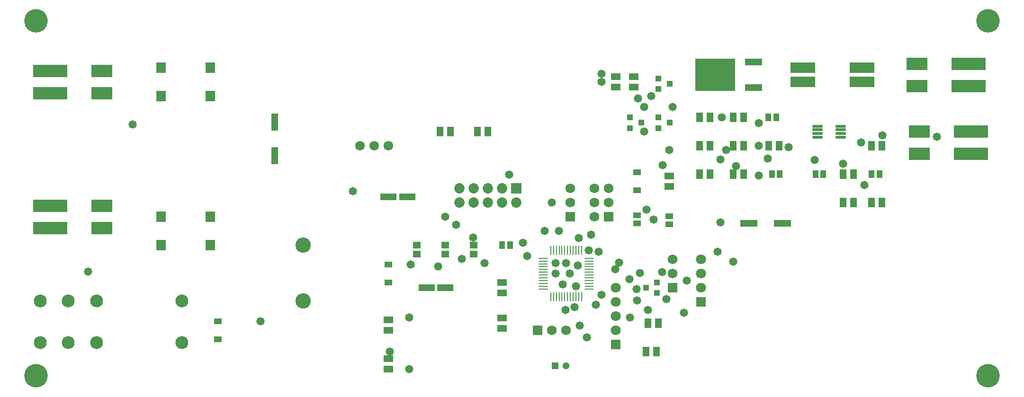
<source format=gts>
G04*
G04 #@! TF.GenerationSoftware,Altium Limited,Altium Designer,23.2.1 (34)*
G04*
G04 Layer_Color=8388736*
%FSLAX44Y44*%
%MOMM*%
G71*
G04*
G04 #@! TF.SameCoordinates,88D0D14B-AD0B-4371-A2B6-2D90086A33F9*
G04*
G04*
G04 #@! TF.FilePolarity,Negative*
G04*
G01*
G75*
%ADD25R,1.6552X0.2525*%
G04:AMPARAMS|DCode=26|XSize=1.6552mm|YSize=0.2525mm|CornerRadius=0.1262mm|HoleSize=0mm|Usage=FLASHONLY|Rotation=0.000|XOffset=0mm|YOffset=0mm|HoleType=Round|Shape=RoundedRectangle|*
%AMROUNDEDRECTD26*
21,1,1.6552,0.0000,0,0,0.0*
21,1,1.4028,0.2525,0,0,0.0*
1,1,0.2525,0.7014,0.0000*
1,1,0.2525,-0.7014,0.0000*
1,1,0.2525,-0.7014,0.0000*
1,1,0.2525,0.7014,0.0000*
%
%ADD26ROUNDEDRECTD26*%
G04:AMPARAMS|DCode=27|XSize=0.2525mm|YSize=1.6552mm|CornerRadius=0.1262mm|HoleSize=0mm|Usage=FLASHONLY|Rotation=0.000|XOffset=0mm|YOffset=0mm|HoleType=Round|Shape=RoundedRectangle|*
%AMROUNDEDRECTD27*
21,1,0.2525,1.4028,0,0,0.0*
21,1,0.0000,1.6552,0,0,0.0*
1,1,0.2525,0.0000,-0.7014*
1,1,0.2525,0.0000,-0.7014*
1,1,0.2525,0.0000,0.7014*
1,1,0.2525,0.0000,0.7014*
%
%ADD27ROUNDEDRECTD27*%
%ADD30R,1.1046X1.3562*%
%ADD31R,1.3562X1.1046*%
%ADD37R,1.4562X1.3046*%
%ADD38O,1.9032X0.5532*%
%ADD39R,1.3032X3.1032*%
%ADD40R,1.6532X1.2532*%
%ADD41R,1.2532X1.6532*%
%ADD42R,3.1032X1.3032*%
%ADD43R,3.0032X1.3032*%
%ADD44R,1.7032X1.9032*%
%ADD45R,3.7032X2.2032*%
%ADD46R,6.2032X2.2032*%
%ADD47R,7.1032X5.8532*%
%ADD48R,3.0532X1.2032*%
%ADD49R,1.4232X1.1132*%
%ADD50R,1.1032X1.0032*%
%ADD51R,4.4732X1.9832*%
%ADD52C,2.7432*%
%ADD53C,1.8032*%
%ADD54R,1.8032X1.8032*%
%ADD55C,2.3032*%
%ADD56C,1.7532*%
%ADD57R,1.7532X1.7532*%
%ADD58R,1.7532X1.7532*%
%ADD59R,1.3000X1.3000*%
%ADD60C,1.3000*%
%ADD61C,1.7222*%
%ADD62R,1.8532X1.8532*%
%ADD63C,1.8532*%
%ADD64C,4.2032*%
%ADD65C,1.4732*%
D25*
X931565Y235780D02*
D03*
D26*
Y230780D02*
D03*
Y225780D02*
D03*
Y220780D02*
D03*
Y215780D02*
D03*
Y210780D02*
D03*
Y205780D02*
D03*
Y200780D02*
D03*
Y195780D02*
D03*
Y190780D02*
D03*
Y185780D02*
D03*
Y180780D02*
D03*
X1014075D02*
D03*
Y185780D02*
D03*
Y190780D02*
D03*
Y195780D02*
D03*
Y200780D02*
D03*
Y205780D02*
D03*
Y210780D02*
D03*
Y215780D02*
D03*
Y220780D02*
D03*
Y225780D02*
D03*
Y230780D02*
D03*
Y235780D02*
D03*
D27*
X945320Y167025D02*
D03*
X950320D02*
D03*
X955320D02*
D03*
X960320D02*
D03*
X965320D02*
D03*
X970320D02*
D03*
X975320D02*
D03*
X980320D02*
D03*
X985320D02*
D03*
X990320D02*
D03*
X995320D02*
D03*
X1000320D02*
D03*
Y249535D02*
D03*
X995320D02*
D03*
X990320D02*
D03*
X985320D02*
D03*
X980320D02*
D03*
X975320D02*
D03*
X970320D02*
D03*
X965320D02*
D03*
X960320D02*
D03*
X955320D02*
D03*
X950320D02*
D03*
X945320D02*
D03*
D30*
X1418320Y386080D02*
D03*
X1432336D02*
D03*
X1354478D02*
D03*
X1340462D02*
D03*
X1334112Y487680D02*
D03*
X1348128D02*
D03*
X1518920Y386080D02*
D03*
X1532936D02*
D03*
X858520Y259080D02*
D03*
X872536D02*
D03*
D31*
X1156970Y296522D02*
D03*
Y310538D02*
D03*
X1099820Y298180D02*
D03*
Y312195D02*
D03*
D37*
X807720Y259080D02*
D03*
Y243064D02*
D03*
X706120D02*
D03*
Y259080D02*
D03*
X756920Y243064D02*
D03*
Y259080D02*
D03*
D38*
X1421720Y472030D02*
D03*
Y465530D02*
D03*
Y459030D02*
D03*
Y452530D02*
D03*
X1463720Y472030D02*
D03*
Y465530D02*
D03*
Y459030D02*
D03*
Y452530D02*
D03*
D39*
X452120Y419580D02*
D03*
Y479580D02*
D03*
D40*
X655320Y55880D02*
D03*
Y37380D02*
D03*
Y125180D02*
D03*
Y106680D02*
D03*
X1093470Y560430D02*
D03*
Y541930D02*
D03*
X1061720D02*
D03*
Y560430D02*
D03*
X1156970Y382630D02*
D03*
Y364130D02*
D03*
X858520Y192130D02*
D03*
Y173630D02*
D03*
Y128630D02*
D03*
Y110130D02*
D03*
D41*
X1229720Y487680D02*
D03*
X1211220D02*
D03*
X1518920Y436880D02*
D03*
X1537420D02*
D03*
X1486620Y335280D02*
D03*
X1468120D02*
D03*
Y386080D02*
D03*
X1486620D02*
D03*
X1537420Y335280D02*
D03*
X1518920D02*
D03*
X1271820Y436880D02*
D03*
X1290320D02*
D03*
X1229720D02*
D03*
X1211220D02*
D03*
X1290320Y487680D02*
D03*
X1271820D02*
D03*
X1334770Y436880D02*
D03*
X1353270D02*
D03*
X1229720Y386080D02*
D03*
X1211220D02*
D03*
X1271820D02*
D03*
X1290320D02*
D03*
X1137920Y119380D02*
D03*
X1119420D02*
D03*
X1115970Y68580D02*
D03*
X1134470D02*
D03*
X766170Y462280D02*
D03*
X747670D02*
D03*
X814620D02*
D03*
X833120D02*
D03*
D42*
X1299210Y298450D02*
D03*
X1359210D02*
D03*
D43*
X723710Y182880D02*
D03*
X756920D02*
D03*
X655320Y345440D02*
D03*
X688530D02*
D03*
D44*
X248920Y525780D02*
D03*
Y576580D02*
D03*
X336550D02*
D03*
Y525780D02*
D03*
Y259080D02*
D03*
Y309880D02*
D03*
X248920D02*
D03*
Y259080D02*
D03*
D45*
X142770Y531180D02*
D03*
Y571180D02*
D03*
Y289880D02*
D03*
Y329880D02*
D03*
X1604220Y422280D02*
D03*
Y462280D02*
D03*
X1599670Y543880D02*
D03*
Y583880D02*
D03*
D46*
X50270Y531180D02*
D03*
Y571180D02*
D03*
Y289880D02*
D03*
Y329880D02*
D03*
X1696720Y422280D02*
D03*
Y462280D02*
D03*
X1692170Y543880D02*
D03*
Y583880D02*
D03*
D47*
X1239520Y563880D02*
D03*
D48*
X1307520Y586680D02*
D03*
Y541080D02*
D03*
D49*
X350520Y90330D02*
D03*
Y123030D02*
D03*
X655320Y224630D02*
D03*
Y191930D02*
D03*
X1099820Y389730D02*
D03*
Y357030D02*
D03*
D50*
X1157920Y547980D02*
D03*
X1137920Y538480D02*
D03*
Y557480D02*
D03*
X1157920Y478180D02*
D03*
X1137920Y468680D02*
D03*
Y487680D02*
D03*
X1107120Y478180D02*
D03*
X1087120Y468680D02*
D03*
Y487680D02*
D03*
X1115220Y182880D02*
D03*
X1135220Y192380D02*
D03*
Y173380D02*
D03*
D51*
X1502120Y576580D02*
D03*
Y551180D02*
D03*
X1396020D02*
D03*
Y576580D02*
D03*
D52*
X502920Y159080D02*
D03*
Y259080D02*
D03*
D53*
X1061720Y132080D02*
D03*
Y106680D02*
D03*
Y157480D02*
D03*
Y182880D02*
D03*
X1214120Y233680D02*
D03*
Y208280D02*
D03*
Y182880D02*
D03*
D54*
X1061720Y81280D02*
D03*
X1214120Y157480D02*
D03*
D55*
X285750Y159420D02*
D03*
X133150D02*
D03*
X82750D02*
D03*
X32350D02*
D03*
Y84420D02*
D03*
X82750D02*
D03*
X133150D02*
D03*
X285750D02*
D03*
D56*
X1023620Y360680D02*
D03*
Y335280D02*
D03*
Y309880D02*
D03*
X1049020Y360680D02*
D03*
Y335280D02*
D03*
X980440Y360680D02*
D03*
Y335280D02*
D03*
X972820Y106680D02*
D03*
X947420D02*
D03*
X1163320Y233680D02*
D03*
Y208280D02*
D03*
D57*
X1049020Y309880D02*
D03*
X980440D02*
D03*
X1163320Y182880D02*
D03*
D58*
X922020Y106680D02*
D03*
D59*
X952820Y43180D02*
D03*
D60*
X972820D02*
D03*
D61*
X654920Y436880D02*
D03*
X629920D02*
D03*
X603920D02*
D03*
D62*
X883920Y360680D02*
D03*
D63*
Y335280D02*
D03*
X858520Y360680D02*
D03*
Y335280D02*
D03*
X833120Y360680D02*
D03*
Y335280D02*
D03*
X807720Y360680D02*
D03*
Y335280D02*
D03*
X782320Y360680D02*
D03*
Y335280D02*
D03*
D64*
X25400Y25400D02*
D03*
X1727200D02*
D03*
Y660400D02*
D03*
X25400D02*
D03*
D65*
X1271270Y229870D02*
D03*
X1243330Y247650D02*
D03*
X591820Y355600D02*
D03*
X1248410Y299720D02*
D03*
X946963Y335280D02*
D03*
X960120Y284480D02*
D03*
X1248410Y412750D02*
D03*
X995680Y271780D02*
D03*
X979401Y208280D02*
D03*
X993891Y222769D02*
D03*
X990328Y185928D02*
D03*
X972704Y227446D02*
D03*
X966470Y189230D02*
D03*
X953654Y208396D02*
D03*
X953759Y227352D02*
D03*
X826770Y227330D02*
D03*
X744220Y220980D02*
D03*
X1017154Y278246D02*
D03*
X1112520Y506730D02*
D03*
X1125220Y525780D02*
D03*
X1036320Y170180D02*
D03*
X902970Y240030D02*
D03*
X1468120Y405130D02*
D03*
X1537970Y455930D02*
D03*
X1499870Y442976D02*
D03*
X1036320Y551180D02*
D03*
X1036053Y565401D02*
D03*
X1188720Y195580D02*
D03*
X1417320Y411480D02*
D03*
X1506220Y367030D02*
D03*
X1163320Y506730D02*
D03*
X1112520Y462280D02*
D03*
X1258561Y429269D02*
D03*
X118110Y212090D02*
D03*
X1151890Y162560D02*
D03*
X1085850Y198120D02*
D03*
X1012952Y250190D02*
D03*
X1031240Y247650D02*
D03*
X1144270Y210820D02*
D03*
X1067673Y228203D02*
D03*
X1104806Y209296D02*
D03*
X1060450Y215900D02*
D03*
X1026160Y152400D02*
D03*
X996950Y115570D02*
D03*
X1009766Y93864D02*
D03*
X988060Y148590D02*
D03*
X971550Y143510D02*
D03*
X1098550Y180340D02*
D03*
X1099820Y160020D02*
D03*
X1086612Y129688D02*
D03*
X1118870Y143510D02*
D03*
X1183502Y138060D02*
D03*
X426720Y123190D02*
D03*
X934720Y284480D02*
D03*
X198120Y474980D02*
D03*
X1156970Y429768D02*
D03*
X1250950Y487680D02*
D03*
X1101090Y521462D02*
D03*
X786384Y234264D02*
D03*
X1276096Y400558D02*
D03*
X1317498Y384048D02*
D03*
X1332992Y414570D02*
D03*
X1370838Y434848D02*
D03*
X1635252Y453390D02*
D03*
X870966Y385318D02*
D03*
X691896Y37380D02*
D03*
Y130048D02*
D03*
X694944Y224630D02*
D03*
X806704Y272796D02*
D03*
X1116588Y322580D02*
D03*
X1145286Y402590D02*
D03*
X1129284Y304904D02*
D03*
X1316736Y436880D02*
D03*
Y477266D02*
D03*
X775970Y295910D02*
D03*
X756920Y309880D02*
D03*
X657860Y68326D02*
D03*
X895604Y263652D02*
D03*
M02*

</source>
